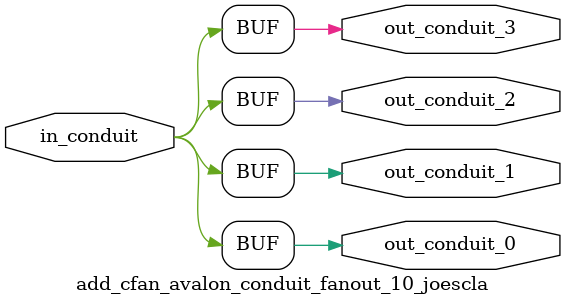
<source format=sv>


 


// --------------------------------------------------------------------------------
//| Avalon Conduit Fan-Out
// --------------------------------------------------------------------------------

// ------------------------------------------
// Generation parameters:
//   output_name:       add_cfan_avalon_conduit_fanout_10_joescla
//   numFanOut:         4
//   
// ------------------------------------------

module add_cfan_avalon_conduit_fanout_10_joescla (     

// Interface: out_conduit_0
 output                    out_conduit_0,
// Interface: out_conduit_1
 output                    out_conduit_1,
// Interface: out_conduit_2
 output                    out_conduit_2,
// Interface: out_conduit_3
 output                    out_conduit_3,

// Interface: in_conduit
 input                   in_conduit

);

   assign  out_conduit_0 = in_conduit;
   assign  out_conduit_1 = in_conduit;
   assign  out_conduit_2 = in_conduit;
   assign  out_conduit_3 = in_conduit;

endmodule //


</source>
